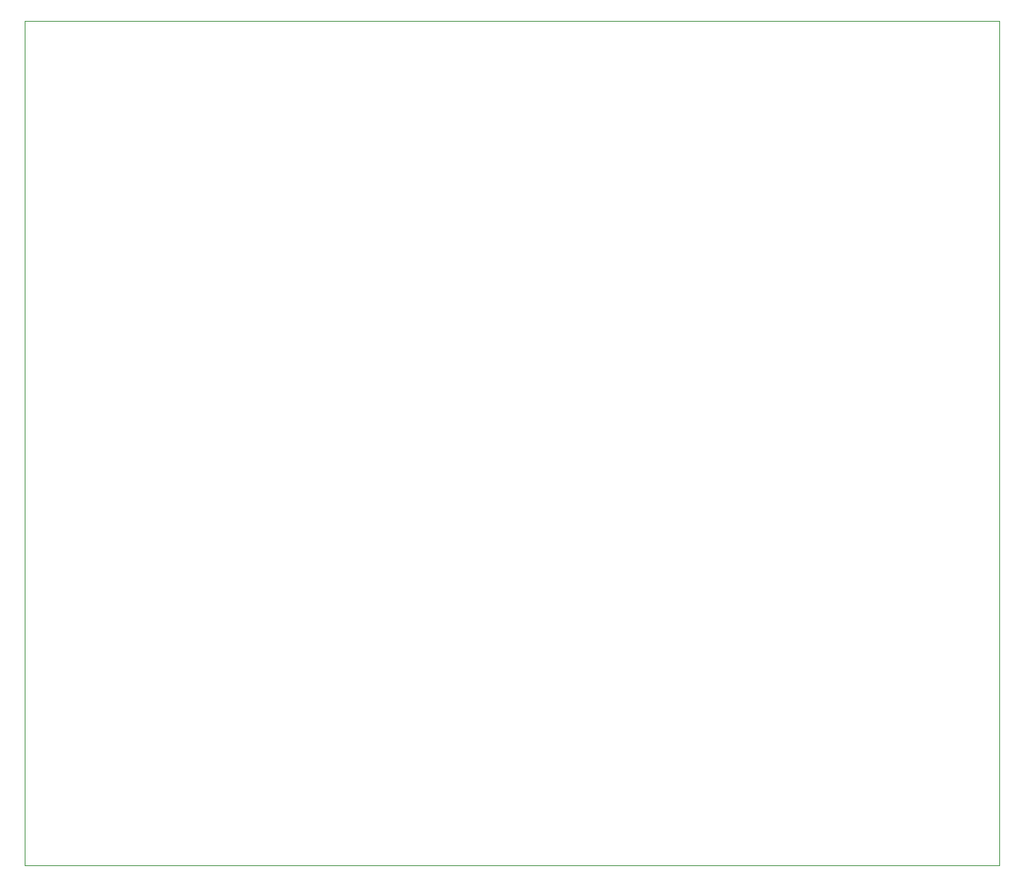
<source format=gbr>
%TF.GenerationSoftware,KiCad,Pcbnew,8.0.6*%
%TF.CreationDate,2025-09-07T21:00:42+02:00*%
%TF.ProjectId,main_board,6d61696e-5f62-46f6-9172-642e6b696361,rev?*%
%TF.SameCoordinates,Original*%
%TF.FileFunction,Profile,NP*%
%FSLAX46Y46*%
G04 Gerber Fmt 4.6, Leading zero omitted, Abs format (unit mm)*
G04 Created by KiCad (PCBNEW 8.0.6) date 2025-09-07 21:00:42*
%MOMM*%
%LPD*%
G01*
G04 APERTURE LIST*
%TA.AperFunction,Profile*%
%ADD10C,0.050000*%
%TD*%
G04 APERTURE END LIST*
D10*
X87612000Y-41360000D02*
X197866000Y-41360000D01*
X197866000Y-136948000D01*
X87612000Y-136948000D01*
X87612000Y-41360000D01*
M02*

</source>
